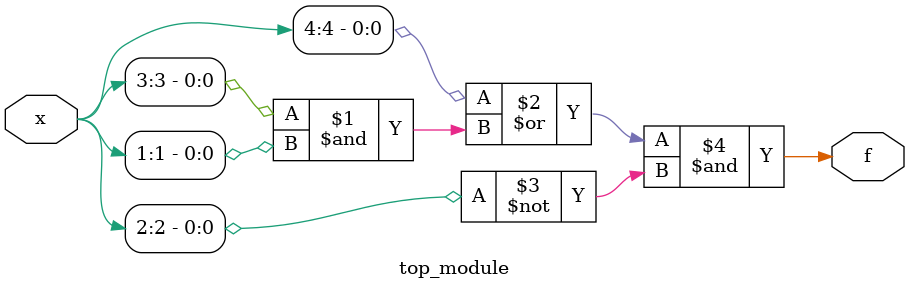
<source format=sv>
module top_module (
    input [4:1] x,
    output wire f
);

assign f = (x[4] | (x[3] & x[1])) & (~x[2]);

endmodule

</source>
